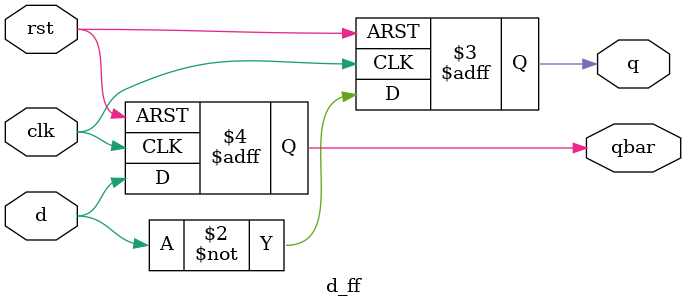
<source format=sv>


module d_ff(input logic d, clk, rst,
            output reg q, qbar);
  always @(posedge clk or posedge rst) begin
    if (rst) begin
      q <= 0;
      qbar <= 1;
    end else begin
      q <= ~d;       //q <= d;
      qbar <= d;    //qbar <= ~d;
    end
  end
endmodule

</source>
